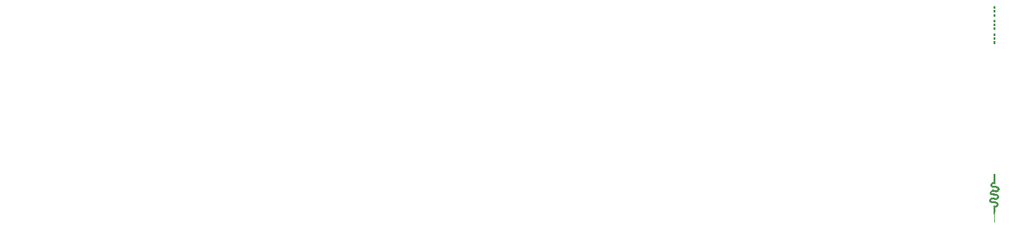
<source format=gbr>
%TF.GenerationSoftware,KiCad,Pcbnew,7.0.2-0*%
%TF.CreationDate,2023-05-18T01:18:18+02:00*%
%TF.ProjectId,LG,4c472e6b-6963-4616-945f-706362585858,rev?*%
%TF.SameCoordinates,PXfd9f08PY7735940*%
%TF.FileFunction,Legend,Top*%
%TF.FilePolarity,Positive*%
%FSLAX46Y46*%
G04 Gerber Fmt 4.6, Leading zero omitted, Abs format (unit mm)*
G04 Created by KiCad (PCBNEW 7.0.2-0) date 2023-05-18 01:18:18*
%MOMM*%
%LPD*%
G01*
G04 APERTURE LIST*
G04 APERTURE END LIST*
%TO.C,G\u002A\u002A\u002A*%
G36*
X187086Y2009661D02*
G01*
X176494Y1999068D01*
X165901Y2009661D01*
X176494Y2020253D01*
X187086Y2009661D01*
G37*
G36*
X293007Y30290728D02*
G01*
X282415Y30280136D01*
X271823Y30290728D01*
X282415Y30301320D01*
X293007Y30290728D01*
G37*
G36*
X293007Y1755449D02*
G01*
X282415Y1744857D01*
X271823Y1755449D01*
X282415Y1766041D01*
X293007Y1755449D01*
G37*
G36*
X314192Y30333097D02*
G01*
X303599Y30322505D01*
X293007Y30333097D01*
X303599Y30343689D01*
X314192Y30333097D01*
G37*
G36*
X314192Y1713080D02*
G01*
X303599Y1702488D01*
X293007Y1713080D01*
X303599Y1723672D01*
X314192Y1713080D01*
G37*
G36*
X335376Y30375465D02*
G01*
X324784Y30364873D01*
X314192Y30375465D01*
X324784Y30386058D01*
X335376Y30375465D01*
G37*
G36*
X335376Y1670711D02*
G01*
X324784Y1660119D01*
X314192Y1670711D01*
X324784Y1681304D01*
X335376Y1670711D01*
G37*
G36*
X356560Y30417834D02*
G01*
X345968Y30407242D01*
X335376Y30417834D01*
X345968Y30428426D01*
X356560Y30417834D01*
G37*
G36*
X356560Y1628343D02*
G01*
X345968Y1617751D01*
X335376Y1628343D01*
X345968Y1638935D01*
X356560Y1628343D01*
G37*
G36*
X377745Y30460203D02*
G01*
X367152Y30449610D01*
X356560Y30460203D01*
X367152Y30470795D01*
X377745Y30460203D01*
G37*
G36*
X210856Y1949815D02*
G01*
X224891Y1914711D01*
X223421Y1901236D01*
X208971Y1908789D01*
X200295Y1925742D01*
X188293Y1965967D01*
X193221Y1973993D01*
X210856Y1949815D01*
G37*
G36*
X253225Y1843893D02*
G01*
X267259Y1808790D01*
X265790Y1795315D01*
X251340Y1802867D01*
X242664Y1819821D01*
X230661Y1860046D01*
X235589Y1868071D01*
X253225Y1843893D01*
G37*
G36*
X271174Y30248359D02*
G01*
X260626Y30213546D01*
X250639Y30195399D01*
X233853Y30178442D01*
X230103Y30184806D01*
X240651Y30219620D01*
X250639Y30237767D01*
X267425Y30254724D01*
X271174Y30248359D01*
G37*
G36*
X132228954Y30142438D02*
G01*
X132228954Y29962371D01*
X132101848Y29962371D01*
X131974742Y29962371D01*
X131974742Y30142438D01*
X131974742Y30322505D01*
X132101848Y30322505D01*
X132228954Y30322505D01*
X132228954Y30142438D01*
G37*
G36*
X132228954Y29602238D02*
G01*
X132228954Y29432763D01*
X132101848Y29432763D01*
X131974742Y29432763D01*
X131974742Y29602238D01*
X131974742Y29771712D01*
X132101848Y29771712D01*
X132228954Y29771712D01*
X132228954Y29602238D01*
G37*
G36*
X132228954Y29062038D02*
G01*
X132228954Y28881971D01*
X132101848Y28881971D01*
X131974742Y28881971D01*
X131974742Y29062038D01*
X131974742Y29242104D01*
X132101848Y29242104D01*
X132228954Y29242104D01*
X132228954Y29062038D01*
G37*
G36*
X132228954Y28299402D02*
G01*
X132228954Y28119335D01*
X132101848Y28119335D01*
X131974742Y28119335D01*
X131974742Y28299402D01*
X131974742Y28479469D01*
X132101848Y28479469D01*
X132228954Y28479469D01*
X132228954Y28299402D01*
G37*
G36*
X132228954Y27769794D02*
G01*
X132228954Y27589727D01*
X132101848Y27589727D01*
X131974742Y27589727D01*
X131974742Y27769794D01*
X131974742Y27949861D01*
X132101848Y27949861D01*
X132228954Y27949861D01*
X132228954Y27769794D01*
G37*
G36*
X132228954Y27240186D02*
G01*
X132228954Y27060119D01*
X132101848Y27060119D01*
X131974742Y27060119D01*
X131974742Y27240186D01*
X131974742Y27420253D01*
X132101848Y27420253D01*
X132228954Y27420253D01*
X132228954Y27240186D01*
G37*
G36*
X132228954Y26435182D02*
G01*
X132228954Y26255115D01*
X132101848Y26255115D01*
X131974742Y26255115D01*
X131974742Y26435182D01*
X131974742Y26615249D01*
X132101848Y26615249D01*
X132228954Y26615249D01*
X132228954Y26435182D01*
G37*
G36*
X132228954Y25894982D02*
G01*
X132228954Y25725507D01*
X132101848Y25725507D01*
X131974742Y25725507D01*
X131974742Y25894982D01*
X131974742Y26064456D01*
X132101848Y26064456D01*
X132228954Y26064456D01*
X132228954Y25894982D01*
G37*
G36*
X132228954Y25354781D02*
G01*
X132228954Y25174715D01*
X132101848Y25174715D01*
X131974742Y25174715D01*
X131974742Y25354781D01*
X131974742Y25534848D01*
X132101848Y25534848D01*
X132228954Y25534848D01*
X132228954Y25354781D01*
G37*
G36*
X10362Y25051527D02*
G01*
X12191Y25020160D01*
X14883Y24911953D01*
X14713Y24793905D01*
X12137Y24702395D01*
X9720Y24669842D01*
X7649Y24676387D01*
X6065Y24718764D01*
X5113Y24793702D01*
X4899Y24867542D01*
X5326Y24963271D01*
X6474Y25027836D01*
X8200Y25058249D01*
X10362Y25051527D01*
G37*
G36*
X10362Y19225839D02*
G01*
X12191Y19194472D01*
X14883Y19086265D01*
X14713Y18968217D01*
X12137Y18876707D01*
X9720Y18844154D01*
X7649Y18850699D01*
X6065Y18893076D01*
X5113Y18968014D01*
X4899Y19041854D01*
X5326Y19137583D01*
X6474Y19202147D01*
X8200Y19232561D01*
X10362Y19225839D01*
G37*
G36*
X10362Y16302403D02*
G01*
X12191Y16271036D01*
X14883Y16162829D01*
X14713Y16044781D01*
X12137Y15953271D01*
X9720Y15920717D01*
X7649Y15927263D01*
X6065Y15969640D01*
X5113Y16044578D01*
X4899Y16118418D01*
X5326Y16214147D01*
X6474Y16278711D01*
X8200Y16309125D01*
X10362Y16302403D01*
G37*
G36*
X10362Y13400151D02*
G01*
X12191Y13368784D01*
X14883Y13260577D01*
X14713Y13142529D01*
X12137Y13051019D01*
X9720Y13018466D01*
X7649Y13025011D01*
X6065Y13067388D01*
X5113Y13142326D01*
X4899Y13216166D01*
X5326Y13311895D01*
X6474Y13376459D01*
X8200Y13406873D01*
X10362Y13400151D01*
G37*
G36*
X10362Y10476715D02*
G01*
X12191Y10445348D01*
X14883Y10337141D01*
X14713Y10219093D01*
X12137Y10127583D01*
X9720Y10095029D01*
X7649Y10101575D01*
X6065Y10143952D01*
X5113Y10218890D01*
X4899Y10292730D01*
X5326Y10388459D01*
X6474Y10453023D01*
X8200Y10483437D01*
X10362Y10476715D01*
G37*
G36*
X10362Y7574463D02*
G01*
X12191Y7543096D01*
X14883Y7434889D01*
X14713Y7316841D01*
X12137Y7225331D01*
X9720Y7192777D01*
X7649Y7199323D01*
X6065Y7241700D01*
X5113Y7316638D01*
X4899Y7390478D01*
X5326Y7486207D01*
X6474Y7550771D01*
X8200Y7581185D01*
X10362Y7574463D01*
G37*
G36*
X10362Y4651027D02*
G01*
X12191Y4619660D01*
X14883Y4511453D01*
X14713Y4393405D01*
X12137Y4301895D01*
X9720Y4269341D01*
X7649Y4275887D01*
X6065Y4318263D01*
X5113Y4393202D01*
X4899Y4467042D01*
X5326Y4562771D01*
X6474Y4627335D01*
X8200Y4657749D01*
X10362Y4651027D01*
G37*
G36*
X10491Y27960860D02*
G01*
X12156Y27933972D01*
X14942Y27826224D01*
X14568Y27706809D01*
X12156Y27626800D01*
X9696Y27593116D01*
X7588Y27598620D01*
X5985Y27640134D01*
X5038Y27714477D01*
X4845Y27780386D01*
X5274Y27874763D01*
X6459Y27938420D01*
X8248Y27968180D01*
X10491Y27960860D01*
G37*
G36*
X10491Y22135172D02*
G01*
X12156Y22108284D01*
X14942Y22000536D01*
X14568Y21881121D01*
X12156Y21801112D01*
X9696Y21767428D01*
X7588Y21772932D01*
X5985Y21814446D01*
X5038Y21888789D01*
X4845Y21954698D01*
X5274Y22049075D01*
X6459Y22112732D01*
X8248Y22142491D01*
X10491Y22135172D01*
G37*
G36*
X132228954Y6754948D02*
G01*
X132228592Y6586351D01*
X132227562Y6432069D01*
X132225954Y6297003D01*
X132223853Y6186052D01*
X132221347Y6104116D01*
X132218523Y6056097D01*
X132216326Y6045274D01*
X132190583Y6050749D01*
X132137404Y6064875D01*
X132088906Y6078645D01*
X132020477Y6096768D01*
X131974650Y6101049D01*
X131933820Y6091008D01*
X131894987Y6073348D01*
X131842269Y6041642D01*
X131819627Y6006964D01*
X131815860Y5971414D01*
X131821047Y5933533D01*
X131840263Y5904535D01*
X131878988Y5882445D01*
X131942703Y5865288D01*
X132036890Y5851087D01*
X132167029Y5837869D01*
X132192638Y5835619D01*
X132356312Y5817552D01*
X132483946Y5793209D01*
X132581734Y5759682D01*
X132655870Y5714059D01*
X132712550Y5653430D01*
X132757968Y5574884D01*
X132760891Y5568626D01*
X132795156Y5448187D01*
X132790773Y5328023D01*
X132751037Y5214387D01*
X132679247Y5113534D01*
X132578697Y5031718D01*
X132452685Y4975192D01*
X132447229Y4973565D01*
X132352174Y4954462D01*
X132258738Y4956823D01*
X132153291Y4981988D01*
X132074583Y5010142D01*
X131968103Y5040036D01*
X131875570Y5044019D01*
X131803005Y5023668D01*
X131756432Y4980561D01*
X131741715Y4922993D01*
X131751450Y4885622D01*
X131783757Y4856229D01*
X131843282Y4833173D01*
X131934675Y4814813D01*
X132062584Y4799509D01*
X132101848Y4795876D01*
X132210958Y4784922D01*
X132311410Y4772493D01*
X132391944Y4760129D01*
X132440797Y4749526D01*
X132555704Y4694121D01*
X132645227Y4611053D01*
X132705724Y4507821D01*
X132733552Y4391922D01*
X132725067Y4270853D01*
X132704477Y4206853D01*
X132634523Y4091835D01*
X132529924Y4000000D01*
X132451389Y3956146D01*
X132342557Y3917353D01*
X132236018Y3909029D01*
X132118263Y3930889D01*
X132064980Y3948026D01*
X131929728Y3983996D01*
X131819969Y3988136D01*
X131736751Y3960472D01*
X131708975Y3938397D01*
X131665124Y3884017D01*
X131654369Y3839650D01*
X131678492Y3804040D01*
X131739275Y3775930D01*
X131838501Y3754067D01*
X131977952Y3737193D01*
X131997003Y3735485D01*
X132156391Y3719460D01*
X132280205Y3701260D01*
X132375237Y3678840D01*
X132448280Y3650156D01*
X132506128Y3613167D01*
X132553553Y3568078D01*
X132629453Y3458077D01*
X132663329Y3342887D01*
X132655151Y3222952D01*
X132604888Y3098719D01*
X132588172Y3070846D01*
X132518177Y2980275D01*
X132441196Y2924706D01*
X132346555Y2896934D01*
X132326678Y2894315D01*
X132234354Y2883908D01*
X132221829Y2732773D01*
X132217947Y2678371D01*
X132212176Y2587165D01*
X132204834Y2464659D01*
X132196238Y2316359D01*
X132186707Y2147770D01*
X132176558Y1964400D01*
X132166109Y1771753D01*
X132162969Y1713080D01*
X132152659Y1525293D01*
X132142513Y1350722D01*
X132132836Y1193894D01*
X132123931Y1059333D01*
X132116105Y951567D01*
X132109661Y875119D01*
X132104905Y834515D01*
X132103455Y829204D01*
X132099734Y846624D01*
X132094052Y902415D01*
X132086680Y992642D01*
X132077892Y1113366D01*
X132067961Y1260650D01*
X132057160Y1430556D01*
X132045761Y1619147D01*
X132034037Y1822486D01*
X132031567Y1866568D01*
X132016409Y2130273D01*
X132002334Y2358655D01*
X131989429Y2550591D01*
X131977781Y2704957D01*
X131967474Y2820630D01*
X131958597Y2896485D01*
X131951234Y2931399D01*
X131949684Y2933572D01*
X131940484Y2959312D01*
X131951863Y3015413D01*
X131965612Y3056631D01*
X131992458Y3121279D01*
X132015432Y3150613D01*
X132037393Y3151629D01*
X132077465Y3141166D01*
X132140410Y3130804D01*
X132169725Y3127263D01*
X132234956Y3123764D01*
X132278670Y3135276D01*
X132320868Y3168366D01*
X132333903Y3181159D01*
X132375922Y3235140D01*
X132397478Y3286959D01*
X132398428Y3296991D01*
X132388078Y3348879D01*
X132353651Y3387458D01*
X132290085Y3415386D01*
X132192315Y3435325D01*
X132118064Y3444264D01*
X131945908Y3463077D01*
X131810169Y3481828D01*
X131704940Y3502405D01*
X131624315Y3526695D01*
X131562386Y3556585D01*
X131513248Y3593963D01*
X131470992Y3640716D01*
X131460641Y3654321D01*
X131425096Y3730211D01*
X131407833Y3826893D01*
X131411033Y3925970D01*
X131422559Y3975589D01*
X131471258Y4064407D01*
X131550365Y4145359D01*
X131647971Y4208559D01*
X131744297Y4242615D01*
X131872735Y4253595D01*
X132013562Y4240713D01*
X132145619Y4205979D01*
X132150892Y4203982D01*
X132246743Y4182916D01*
X132332514Y4192539D01*
X132401277Y4228376D01*
X132446103Y4285952D01*
X132460063Y4360792D01*
X132454194Y4399857D01*
X132437137Y4435697D01*
X132402510Y4463338D01*
X132344586Y4484660D01*
X132257637Y4501545D01*
X132135934Y4515873D01*
X132087257Y4520353D01*
X131960615Y4532041D01*
X131867338Y4542703D01*
X131798518Y4554205D01*
X131745249Y4568418D01*
X131698627Y4587209D01*
X131650635Y4611959D01*
X131558941Y4683590D01*
X131500275Y4775165D01*
X131475249Y4879345D01*
X131484473Y4988791D01*
X131528560Y5096166D01*
X131602554Y5188862D01*
X131690834Y5258384D01*
X131785695Y5299764D01*
X131893581Y5313629D01*
X132020936Y5300609D01*
X132174204Y5261333D01*
X132214084Y5248557D01*
X132316410Y5229606D01*
X132405176Y5241164D01*
X132473789Y5279974D01*
X132515653Y5342780D01*
X132525534Y5402356D01*
X132518624Y5451823D01*
X132494186Y5488907D01*
X132446660Y5516240D01*
X132370487Y5536456D01*
X132260106Y5552187D01*
X132195270Y5558738D01*
X132059602Y5571989D01*
X131958135Y5583884D01*
X131882802Y5595932D01*
X131825530Y5609642D01*
X131778252Y5626524D01*
X131741715Y5643574D01*
X131639641Y5715479D01*
X131572344Y5806676D01*
X131540842Y5910851D01*
X131546154Y6021694D01*
X131589298Y6132892D01*
X131649449Y6215350D01*
X131723363Y6280426D01*
X131798353Y6310101D01*
X131801895Y6310699D01*
X131868107Y6321888D01*
X131924034Y6332268D01*
X131927077Y6332886D01*
X131974742Y6342661D01*
X131974742Y6903642D01*
X131974742Y7464623D01*
X132101848Y7464623D01*
X132228954Y7464623D01*
X132228954Y6754948D01*
G37*
%TD*%
M02*

</source>
